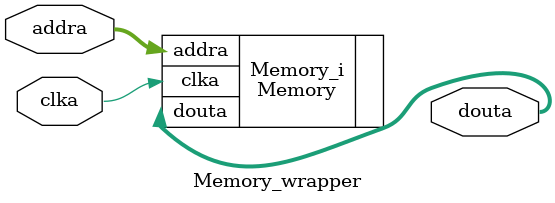
<source format=v>
`timescale 1 ps / 1 ps

module Memory_wrapper
   (addra,
    clka,
    douta);
  input [16:0]addra;
  input clka;
  output [15:0]douta;

  wire [16:0]addra;
  wire clka;
  wire [15:0]douta;

  Memory Memory_i
       (.addra(addra),
        .clka(clka),
        .douta(douta));
endmodule

</source>
